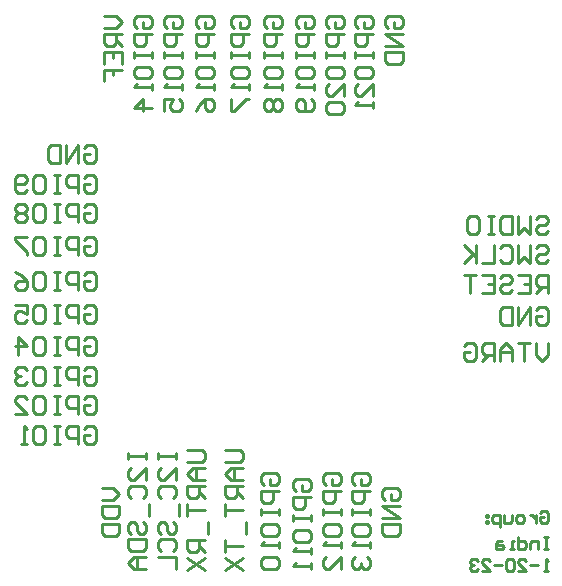
<source format=gbo>
G04*
G04 #@! TF.GenerationSoftware,Altium Limited,Altium Designer,22.9.1 (49)*
G04*
G04 Layer_Color=32896*
%FSLAX44Y44*%
%MOMM*%
G71*
G04*
G04 #@! TF.SameCoordinates,C56BC410-7C05-4C87-A6CA-29577A5DDFC1*
G04*
G04*
G04 #@! TF.FilePolarity,Positive*
G04*
G01*
G75*
%ADD12C,0.2540*%
D12*
X793189Y673458D02*
X794882Y675150D01*
X798267D01*
X799960Y673458D01*
Y666686D01*
X798267Y664994D01*
X794882D01*
X793189Y666686D01*
Y670072D01*
X796574D01*
X789803Y671765D02*
Y664994D01*
Y668379D01*
X788111Y670072D01*
X786418Y671765D01*
X784725D01*
X777954Y664994D02*
X774568D01*
X772875Y666686D01*
Y670072D01*
X774568Y671765D01*
X777954D01*
X779647Y670072D01*
Y666686D01*
X777954Y664994D01*
X769490Y671765D02*
Y666686D01*
X767797Y664994D01*
X762719D01*
Y671765D01*
X759333Y661608D02*
Y671765D01*
X754255D01*
X752562Y670072D01*
Y666686D01*
X754255Y664994D01*
X759333D01*
X749176Y671765D02*
X747484D01*
Y670072D01*
X749176D01*
Y671765D01*
Y666686D02*
X747484D01*
Y664994D01*
X749176D01*
Y666686D01*
X799960Y653481D02*
X796574D01*
X798267D01*
Y643324D01*
X799960D01*
X796574D01*
X791496D02*
Y650095D01*
X786418D01*
X784725Y648402D01*
Y643324D01*
X774568Y653481D02*
Y643324D01*
X779647D01*
X781339Y645017D01*
Y648402D01*
X779647Y650095D01*
X774568D01*
X771183Y643324D02*
X767797D01*
X769490D01*
Y650095D01*
X771183D01*
X761026D02*
X757640D01*
X755947Y648402D01*
Y643324D01*
X761026D01*
X762719Y645017D01*
X761026Y646710D01*
X755947D01*
X799960Y625040D02*
X796574D01*
X798267D01*
Y635197D01*
X799960Y633504D01*
X791496Y630118D02*
X784725D01*
X774568Y625040D02*
X781339D01*
X774568Y631811D01*
Y633504D01*
X776261Y635197D01*
X779647D01*
X781339Y633504D01*
X771183D02*
X769490Y635197D01*
X766104D01*
X764411Y633504D01*
Y626733D01*
X766104Y625040D01*
X769490D01*
X771183Y626733D01*
Y633504D01*
X761026Y630118D02*
X754255D01*
X744098Y625040D02*
X750869D01*
X744098Y631811D01*
Y633504D01*
X745791Y635197D01*
X749176D01*
X750869Y633504D01*
X740712D02*
X739020Y635197D01*
X735634D01*
X733941Y633504D01*
Y631811D01*
X735634Y630118D01*
X737327D01*
X735634D01*
X733941Y628426D01*
Y626733D01*
X735634Y625040D01*
X739020D01*
X740712Y626733D01*
X789803Y922736D02*
X792343Y925275D01*
X797421D01*
X799960Y922736D01*
Y920197D01*
X797421Y917657D01*
X792343D01*
X789803Y915118D01*
Y912579D01*
X792343Y910040D01*
X797421D01*
X799960Y912579D01*
X784725Y925275D02*
Y910040D01*
X779647Y915118D01*
X774568Y910040D01*
Y925275D01*
X769490D02*
Y910040D01*
X761872D01*
X759333Y912579D01*
Y922736D01*
X761872Y925275D01*
X769490D01*
X754255D02*
X749176D01*
X751716D01*
Y910040D01*
X754255D01*
X749176D01*
X733941Y925275D02*
X739020D01*
X741559Y922736D01*
Y912579D01*
X739020Y910040D01*
X733941D01*
X731402Y912579D01*
Y922736D01*
X733941Y925275D01*
X789803Y897736D02*
X792343Y900275D01*
X797421D01*
X799960Y897736D01*
Y895197D01*
X797421Y892657D01*
X792343D01*
X789803Y890118D01*
Y887579D01*
X792343Y885040D01*
X797421D01*
X799960Y887579D01*
X784725Y900275D02*
Y885040D01*
X779647Y890118D01*
X774568Y885040D01*
Y900275D01*
X759333Y897736D02*
X761872Y900275D01*
X766951D01*
X769490Y897736D01*
Y887579D01*
X766951Y885040D01*
X761872D01*
X759333Y887579D01*
X754255Y900275D02*
Y885040D01*
X744098D01*
X739020Y900275D02*
Y885040D01*
Y890118D01*
X728863Y900275D01*
X736480Y892657D01*
X728863Y885040D01*
X799960Y860040D02*
Y875275D01*
X792343D01*
X789803Y872736D01*
Y867657D01*
X792343Y865118D01*
X799960D01*
X794882D02*
X789803Y860040D01*
X774568Y875275D02*
X784725D01*
Y860040D01*
X774568D01*
X784725Y867657D02*
X779647D01*
X759333Y872736D02*
X761872Y875275D01*
X766951D01*
X769490Y872736D01*
Y870197D01*
X766951Y867657D01*
X761872D01*
X759333Y865118D01*
Y862579D01*
X761872Y860040D01*
X766951D01*
X769490Y862579D01*
X744098Y875275D02*
X754255D01*
Y860040D01*
X744098D01*
X754255Y867657D02*
X749176D01*
X739020Y875275D02*
X728863D01*
X733941D01*
Y860040D01*
X789803Y845236D02*
X792343Y847775D01*
X797421D01*
X799960Y845236D01*
Y835079D01*
X797421Y832540D01*
X792343D01*
X789803Y835079D01*
Y840157D01*
X794882D01*
X784725Y832540D02*
Y847775D01*
X774568Y832540D01*
Y847775D01*
X769490D02*
Y832540D01*
X761872D01*
X759333Y835079D01*
Y845236D01*
X761872Y847775D01*
X769490D01*
X799960Y817775D02*
Y807618D01*
X794882Y802540D01*
X789803Y807618D01*
Y817775D01*
X784725D02*
X774568D01*
X779647D01*
Y802540D01*
X769490D02*
Y812697D01*
X764411Y817775D01*
X759333Y812697D01*
Y802540D01*
Y810157D01*
X769490D01*
X754255Y802540D02*
Y817775D01*
X746637D01*
X744098Y815236D01*
Y810157D01*
X746637Y807618D01*
X754255D01*
X749176D02*
X744098Y802540D01*
X728863Y815236D02*
X731402Y817775D01*
X736480D01*
X739020Y815236D01*
Y805079D01*
X736480Y802540D01*
X731402D01*
X728863Y805079D01*
Y810157D01*
X733941D01*
X422225Y694960D02*
X432382D01*
X437460Y689882D01*
X432382Y684803D01*
X422225D01*
Y679725D02*
X437460D01*
Y672107D01*
X434921Y669568D01*
X424764D01*
X422225Y672107D01*
Y679725D01*
Y664490D02*
X437460D01*
Y656872D01*
X434921Y654333D01*
X424764D01*
X422225Y656872D01*
Y664490D01*
X444686Y724960D02*
Y719882D01*
Y722421D01*
X459921D01*
Y724960D01*
Y719882D01*
Y702107D02*
Y712264D01*
X449764Y702107D01*
X447225D01*
X444686Y704647D01*
Y709725D01*
X447225Y712264D01*
Y686872D02*
X444686Y689411D01*
Y694490D01*
X447225Y697029D01*
X457382D01*
X459921Y694490D01*
Y689411D01*
X457382Y686872D01*
X462460Y681794D02*
Y671637D01*
X447225Y656402D02*
X444686Y658941D01*
Y664020D01*
X447225Y666559D01*
X449764D01*
X452303Y664020D01*
Y658941D01*
X454842Y656402D01*
X457382D01*
X459921Y658941D01*
Y664020D01*
X457382Y666559D01*
X444686Y651324D02*
X459921D01*
Y643706D01*
X457382Y641167D01*
X447225D01*
X444686Y643706D01*
Y651324D01*
X459921Y636089D02*
X449764D01*
X444686Y631010D01*
X449764Y625932D01*
X459921D01*
X452303D01*
Y636089D01*
X469686Y724960D02*
Y719882D01*
Y722421D01*
X484921D01*
Y724960D01*
Y719882D01*
Y702107D02*
Y712264D01*
X474764Y702107D01*
X472225D01*
X469686Y704647D01*
Y709725D01*
X472225Y712264D01*
Y686872D02*
X469686Y689411D01*
Y694490D01*
X472225Y697029D01*
X482382D01*
X484921Y694490D01*
Y689411D01*
X482382Y686872D01*
X487460Y681794D02*
Y671637D01*
X472225Y656402D02*
X469686Y658941D01*
Y664020D01*
X472225Y666559D01*
X474764D01*
X477303Y664020D01*
Y658941D01*
X479842Y656402D01*
X482382D01*
X484921Y658941D01*
Y664020D01*
X482382Y666559D01*
X472225Y641167D02*
X469686Y643706D01*
Y648785D01*
X472225Y651324D01*
X482382D01*
X484921Y648785D01*
Y643706D01*
X482382Y641167D01*
X469686Y636089D02*
X484921D01*
Y625932D01*
X494686Y727460D02*
X507382D01*
X509921Y724921D01*
Y719842D01*
X507382Y717303D01*
X494686D01*
X509921Y712225D02*
X499764D01*
X494686Y707147D01*
X499764Y702068D01*
X509921D01*
X502303D01*
Y712225D01*
X509921Y696990D02*
X494686D01*
Y689372D01*
X497225Y686833D01*
X502303D01*
X504842Y689372D01*
Y696990D01*
Y691911D02*
X509921Y686833D01*
X494686Y681755D02*
Y671598D01*
Y676676D01*
X509921D01*
X512460Y666520D02*
Y656363D01*
X509921Y651285D02*
X494686D01*
Y643667D01*
X497225Y641128D01*
X502303D01*
X504842Y643667D01*
Y651285D01*
Y646206D02*
X509921Y641128D01*
X494686Y636049D02*
X509921Y625893D01*
X494686D02*
X509921Y636049D01*
X527186Y727460D02*
X539882D01*
X542421Y724921D01*
Y719842D01*
X539882Y717303D01*
X527186D01*
X542421Y712225D02*
X532264D01*
X527186Y707147D01*
X532264Y702068D01*
X542421D01*
X534803D01*
Y712225D01*
X542421Y696990D02*
X527186D01*
Y689372D01*
X529725Y686833D01*
X534803D01*
X537342Y689372D01*
Y696990D01*
Y691911D02*
X542421Y686833D01*
X527186Y681755D02*
Y671598D01*
Y676676D01*
X542421D01*
X544960Y666520D02*
Y656363D01*
X527186Y651285D02*
Y641128D01*
Y646206D01*
X542421D01*
X527186Y636049D02*
X542421Y625893D01*
X527186D02*
X542421Y636049D01*
X559764Y697303D02*
X557225Y699842D01*
Y704921D01*
X559764Y707460D01*
X569921D01*
X572460Y704921D01*
Y699842D01*
X569921Y697303D01*
X564842D01*
Y702382D01*
X572460Y692225D02*
X557225D01*
Y684607D01*
X559764Y682068D01*
X564842D01*
X567382Y684607D01*
Y692225D01*
X557225Y676990D02*
Y671911D01*
Y674451D01*
X572460D01*
Y676990D01*
Y671911D01*
X557225Y656676D02*
Y661755D01*
X559764Y664294D01*
X569921D01*
X572460Y661755D01*
Y656676D01*
X569921Y654137D01*
X559764D01*
X557225Y656676D01*
X572460Y649059D02*
Y643980D01*
Y646520D01*
X557225D01*
X559764Y649059D01*
Y636363D02*
X557225Y633824D01*
Y628745D01*
X559764Y626206D01*
X569921D01*
X572460Y628745D01*
Y633824D01*
X569921Y636363D01*
X559764D01*
X587264Y692303D02*
X584725Y694843D01*
Y699921D01*
X587264Y702460D01*
X597421D01*
X599960Y699921D01*
Y694843D01*
X597421Y692303D01*
X592342D01*
Y697382D01*
X599960Y687225D02*
X584725D01*
Y679607D01*
X587264Y677068D01*
X592342D01*
X594882Y679607D01*
Y687225D01*
X584725Y671990D02*
Y666911D01*
Y669451D01*
X599960D01*
Y671990D01*
Y666911D01*
X584725Y651676D02*
Y656755D01*
X587264Y659294D01*
X597421D01*
X599960Y656755D01*
Y651676D01*
X597421Y649137D01*
X587264D01*
X584725Y651676D01*
X599960Y644059D02*
Y638980D01*
Y641520D01*
X584725D01*
X587264Y644059D01*
X599960Y631363D02*
Y626285D01*
Y628824D01*
X584725D01*
X587264Y631363D01*
X612264Y697303D02*
X609725Y699842D01*
Y704921D01*
X612264Y707460D01*
X622421D01*
X624960Y704921D01*
Y699842D01*
X622421Y697303D01*
X617342D01*
Y702382D01*
X624960Y692225D02*
X609725D01*
Y684607D01*
X612264Y682068D01*
X617342D01*
X619882Y684607D01*
Y692225D01*
X609725Y676990D02*
Y671911D01*
Y674451D01*
X624960D01*
Y676990D01*
Y671911D01*
X609725Y656676D02*
Y661755D01*
X612264Y664294D01*
X622421D01*
X624960Y661755D01*
Y656676D01*
X622421Y654137D01*
X612264D01*
X609725Y656676D01*
X624960Y649059D02*
Y643980D01*
Y646520D01*
X609725D01*
X612264Y649059D01*
X624960Y626206D02*
Y636363D01*
X614803Y626206D01*
X612264D01*
X609725Y628745D01*
Y633824D01*
X612264Y636363D01*
X637264Y697303D02*
X634725Y699843D01*
Y704921D01*
X637264Y707460D01*
X647421D01*
X649960Y704921D01*
Y699843D01*
X647421Y697303D01*
X642343D01*
Y702382D01*
X649960Y692225D02*
X634725D01*
Y684607D01*
X637264Y682068D01*
X642343D01*
X644882Y684607D01*
Y692225D01*
X634725Y676990D02*
Y671911D01*
Y674451D01*
X649960D01*
Y676990D01*
Y671911D01*
X634725Y656676D02*
Y661755D01*
X637264Y664294D01*
X647421D01*
X649960Y661755D01*
Y656676D01*
X647421Y654137D01*
X637264D01*
X634725Y656676D01*
X649960Y649059D02*
Y643981D01*
Y646520D01*
X634725D01*
X637264Y649059D01*
Y636363D02*
X634725Y633824D01*
Y628745D01*
X637264Y626206D01*
X639803D01*
X642343Y628745D01*
Y631285D01*
Y628745D01*
X644882Y626206D01*
X647421D01*
X649960Y628745D01*
Y633824D01*
X647421Y636363D01*
X662264Y684803D02*
X659725Y687342D01*
Y692421D01*
X662264Y694960D01*
X672421D01*
X674960Y692421D01*
Y687342D01*
X672421Y684803D01*
X667342D01*
Y689882D01*
X674960Y679725D02*
X659725D01*
X674960Y669568D01*
X659725D01*
Y664490D02*
X674960D01*
Y656872D01*
X672421Y654333D01*
X662264D01*
X659725Y656872D01*
Y664490D01*
X407303Y745236D02*
X409842Y747775D01*
X414921D01*
X417460Y745236D01*
Y735079D01*
X414921Y732540D01*
X409842D01*
X407303Y735079D01*
Y740157D01*
X412382D01*
X402225Y732540D02*
Y747775D01*
X394607D01*
X392068Y745236D01*
Y740157D01*
X394607Y737618D01*
X402225D01*
X386990Y747775D02*
X381912D01*
X384451D01*
Y732540D01*
X386990D01*
X381912D01*
X366676Y747775D02*
X371755D01*
X374294Y745236D01*
Y735079D01*
X371755Y732540D01*
X366676D01*
X364137Y735079D01*
Y745236D01*
X366676Y747775D01*
X359059Y732540D02*
X353980D01*
X356520D01*
Y747775D01*
X359059Y745236D01*
X407303Y770236D02*
X409842Y772775D01*
X414921D01*
X417460Y770236D01*
Y760079D01*
X414921Y757540D01*
X409842D01*
X407303Y760079D01*
Y765158D01*
X412382D01*
X402225Y757540D02*
Y772775D01*
X394607D01*
X392068Y770236D01*
Y765158D01*
X394607Y762618D01*
X402225D01*
X386990Y772775D02*
X381912D01*
X384451D01*
Y757540D01*
X386990D01*
X381912D01*
X366676Y772775D02*
X371755D01*
X374294Y770236D01*
Y760079D01*
X371755Y757540D01*
X366676D01*
X364137Y760079D01*
Y770236D01*
X366676Y772775D01*
X348902Y757540D02*
X359059D01*
X348902Y767697D01*
Y770236D01*
X351441Y772775D01*
X356520D01*
X359059Y770236D01*
X407303Y795236D02*
X409842Y797775D01*
X414921D01*
X417460Y795236D01*
Y785079D01*
X414921Y782540D01*
X409842D01*
X407303Y785079D01*
Y790158D01*
X412382D01*
X402225Y782540D02*
Y797775D01*
X394607D01*
X392068Y795236D01*
Y790158D01*
X394607Y787618D01*
X402225D01*
X386990Y797775D02*
X381912D01*
X384451D01*
Y782540D01*
X386990D01*
X381912D01*
X366676Y797775D02*
X371755D01*
X374294Y795236D01*
Y785079D01*
X371755Y782540D01*
X366676D01*
X364137Y785079D01*
Y795236D01*
X366676Y797775D01*
X359059Y795236D02*
X356520Y797775D01*
X351441D01*
X348902Y795236D01*
Y792697D01*
X351441Y790158D01*
X353980D01*
X351441D01*
X348902Y787618D01*
Y785079D01*
X351441Y782540D01*
X356520D01*
X359059Y785079D01*
X407303Y820236D02*
X409842Y822775D01*
X414921D01*
X417460Y820236D01*
Y810079D01*
X414921Y807540D01*
X409842D01*
X407303Y810079D01*
Y815158D01*
X412382D01*
X402225Y807540D02*
Y822775D01*
X394607D01*
X392068Y820236D01*
Y815158D01*
X394607Y812618D01*
X402225D01*
X386990Y822775D02*
X381912D01*
X384451D01*
Y807540D01*
X386990D01*
X381912D01*
X366676Y822775D02*
X371755D01*
X374294Y820236D01*
Y810079D01*
X371755Y807540D01*
X366676D01*
X364137Y810079D01*
Y820236D01*
X366676Y822775D01*
X351441Y807540D02*
Y822775D01*
X359059Y815158D01*
X348902D01*
X407303Y847736D02*
X409842Y850275D01*
X414921D01*
X417460Y847736D01*
Y837579D01*
X414921Y835040D01*
X409842D01*
X407303Y837579D01*
Y842657D01*
X412382D01*
X402225Y835040D02*
Y850275D01*
X394607D01*
X392068Y847736D01*
Y842657D01*
X394607Y840118D01*
X402225D01*
X386990Y850275D02*
X381912D01*
X384451D01*
Y835040D01*
X386990D01*
X381912D01*
X366676Y850275D02*
X371755D01*
X374294Y847736D01*
Y837579D01*
X371755Y835040D01*
X366676D01*
X364137Y837579D01*
Y847736D01*
X366676Y850275D01*
X348902D02*
X359059D01*
Y842657D01*
X353980Y845197D01*
X351441D01*
X348902Y842657D01*
Y837579D01*
X351441Y835040D01*
X356520D01*
X359059Y837579D01*
X407303Y875236D02*
X409842Y877775D01*
X414921D01*
X417460Y875236D01*
Y865079D01*
X414921Y862540D01*
X409842D01*
X407303Y865079D01*
Y870157D01*
X412382D01*
X402225Y862540D02*
Y877775D01*
X394607D01*
X392068Y875236D01*
Y870157D01*
X394607Y867618D01*
X402225D01*
X386990Y877775D02*
X381912D01*
X384451D01*
Y862540D01*
X386990D01*
X381912D01*
X366676Y877775D02*
X371755D01*
X374294Y875236D01*
Y865079D01*
X371755Y862540D01*
X366676D01*
X364137Y865079D01*
Y875236D01*
X366676Y877775D01*
X348902D02*
X353980Y875236D01*
X359059Y870157D01*
Y865079D01*
X356520Y862540D01*
X351441D01*
X348902Y865079D01*
Y867618D01*
X351441Y870157D01*
X359059D01*
X407303Y905236D02*
X409842Y907775D01*
X414921D01*
X417460Y905236D01*
Y895079D01*
X414921Y892540D01*
X409842D01*
X407303Y895079D01*
Y900157D01*
X412382D01*
X402225Y892540D02*
Y907775D01*
X394607D01*
X392068Y905236D01*
Y900157D01*
X394607Y897618D01*
X402225D01*
X386990Y907775D02*
X381912D01*
X384451D01*
Y892540D01*
X386990D01*
X381912D01*
X366676Y907775D02*
X371755D01*
X374294Y905236D01*
Y895079D01*
X371755Y892540D01*
X366676D01*
X364137Y895079D01*
Y905236D01*
X366676Y907775D01*
X359059D02*
X348902D01*
Y905236D01*
X359059Y895079D01*
Y892540D01*
X407303Y932736D02*
X409842Y935275D01*
X414921D01*
X417460Y932736D01*
Y922579D01*
X414921Y920040D01*
X409842D01*
X407303Y922579D01*
Y927658D01*
X412382D01*
X402225Y920040D02*
Y935275D01*
X394607D01*
X392068Y932736D01*
Y927658D01*
X394607Y925118D01*
X402225D01*
X386990Y935275D02*
X381912D01*
X384451D01*
Y920040D01*
X386990D01*
X381912D01*
X366676Y935275D02*
X371755D01*
X374294Y932736D01*
Y922579D01*
X371755Y920040D01*
X366676D01*
X364137Y922579D01*
Y932736D01*
X366676Y935275D01*
X359059Y932736D02*
X356520Y935275D01*
X351441D01*
X348902Y932736D01*
Y930197D01*
X351441Y927658D01*
X348902Y925118D01*
Y922579D01*
X351441Y920040D01*
X356520D01*
X359059Y922579D01*
Y925118D01*
X356520Y927658D01*
X359059Y930197D01*
Y932736D01*
X356520Y927658D02*
X351441D01*
X407303Y957736D02*
X409842Y960275D01*
X414921D01*
X417460Y957736D01*
Y947579D01*
X414921Y945040D01*
X409842D01*
X407303Y947579D01*
Y952658D01*
X412382D01*
X402225Y945040D02*
Y960275D01*
X394607D01*
X392068Y957736D01*
Y952658D01*
X394607Y950118D01*
X402225D01*
X386990Y960275D02*
X381912D01*
X384451D01*
Y945040D01*
X386990D01*
X381912D01*
X366676Y960275D02*
X371755D01*
X374294Y957736D01*
Y947579D01*
X371755Y945040D01*
X366676D01*
X364137Y947579D01*
Y957736D01*
X366676Y960275D01*
X359059Y947579D02*
X356520Y945040D01*
X351441D01*
X348902Y947579D01*
Y957736D01*
X351441Y960275D01*
X356520D01*
X359059Y957736D01*
Y955197D01*
X356520Y952658D01*
X348902D01*
X407303Y982736D02*
X409842Y985275D01*
X414921D01*
X417460Y982736D01*
Y972579D01*
X414921Y970040D01*
X409842D01*
X407303Y972579D01*
Y977658D01*
X412382D01*
X402225Y970040D02*
Y985275D01*
X392068Y970040D01*
Y985275D01*
X386990D02*
Y970040D01*
X379372D01*
X376833Y972579D01*
Y982736D01*
X379372Y985275D01*
X386990D01*
X424725Y1094960D02*
X434882D01*
X439960Y1089882D01*
X434882Y1084803D01*
X424725D01*
X439960Y1079725D02*
X424725D01*
Y1072107D01*
X427264Y1069568D01*
X432342D01*
X434882Y1072107D01*
Y1079725D01*
Y1074647D02*
X439960Y1069568D01*
X424725Y1054333D02*
Y1064490D01*
X439960D01*
Y1054333D01*
X432342Y1064490D02*
Y1059411D01*
X424725Y1039098D02*
Y1049255D01*
X432342D01*
Y1044176D01*
Y1049255D01*
X439960D01*
X452264Y1084803D02*
X449725Y1087343D01*
Y1092421D01*
X452264Y1094960D01*
X462421D01*
X464960Y1092421D01*
Y1087343D01*
X462421Y1084803D01*
X457342D01*
Y1089882D01*
X464960Y1079725D02*
X449725D01*
Y1072107D01*
X452264Y1069568D01*
X457342D01*
X459882Y1072107D01*
Y1079725D01*
X449725Y1064490D02*
Y1059411D01*
Y1061951D01*
X464960D01*
Y1064490D01*
Y1059411D01*
X449725Y1044176D02*
Y1049255D01*
X452264Y1051794D01*
X462421D01*
X464960Y1049255D01*
Y1044176D01*
X462421Y1041637D01*
X452264D01*
X449725Y1044176D01*
X464960Y1036559D02*
Y1031481D01*
Y1034020D01*
X449725D01*
X452264Y1036559D01*
X464960Y1016245D02*
X449725D01*
X457342Y1023863D01*
Y1013706D01*
X477264Y1084803D02*
X474725Y1087343D01*
Y1092421D01*
X477264Y1094960D01*
X487421D01*
X489960Y1092421D01*
Y1087343D01*
X487421Y1084803D01*
X482342D01*
Y1089882D01*
X489960Y1079725D02*
X474725D01*
Y1072107D01*
X477264Y1069568D01*
X482342D01*
X484882Y1072107D01*
Y1079725D01*
X474725Y1064490D02*
Y1059411D01*
Y1061951D01*
X489960D01*
Y1064490D01*
Y1059411D01*
X474725Y1044176D02*
Y1049255D01*
X477264Y1051794D01*
X487421D01*
X489960Y1049255D01*
Y1044176D01*
X487421Y1041637D01*
X477264D01*
X474725Y1044176D01*
X489960Y1036559D02*
Y1031481D01*
Y1034020D01*
X474725D01*
X477264Y1036559D01*
X474725Y1013706D02*
Y1023863D01*
X482342D01*
X479803Y1018785D01*
Y1016245D01*
X482342Y1013706D01*
X487421D01*
X489960Y1016245D01*
Y1021324D01*
X487421Y1023863D01*
X504764Y1084803D02*
X502225Y1087343D01*
Y1092421D01*
X504764Y1094960D01*
X514921D01*
X517460Y1092421D01*
Y1087343D01*
X514921Y1084803D01*
X509842D01*
Y1089882D01*
X517460Y1079725D02*
X502225D01*
Y1072107D01*
X504764Y1069568D01*
X509842D01*
X512382Y1072107D01*
Y1079725D01*
X502225Y1064490D02*
Y1059411D01*
Y1061951D01*
X517460D01*
Y1064490D01*
Y1059411D01*
X502225Y1044176D02*
Y1049255D01*
X504764Y1051794D01*
X514921D01*
X517460Y1049255D01*
Y1044176D01*
X514921Y1041637D01*
X504764D01*
X502225Y1044176D01*
X517460Y1036559D02*
Y1031481D01*
Y1034020D01*
X502225D01*
X504764Y1036559D01*
X502225Y1013706D02*
X504764Y1018785D01*
X509842Y1023863D01*
X514921D01*
X517460Y1021324D01*
Y1016245D01*
X514921Y1013706D01*
X512382D01*
X509842Y1016245D01*
Y1023863D01*
X534764Y1084803D02*
X532225Y1087343D01*
Y1092421D01*
X534764Y1094960D01*
X544921D01*
X547460Y1092421D01*
Y1087343D01*
X544921Y1084803D01*
X539842D01*
Y1089882D01*
X547460Y1079725D02*
X532225D01*
Y1072107D01*
X534764Y1069568D01*
X539842D01*
X542382Y1072107D01*
Y1079725D01*
X532225Y1064490D02*
Y1059411D01*
Y1061951D01*
X547460D01*
Y1064490D01*
Y1059411D01*
X532225Y1044176D02*
Y1049255D01*
X534764Y1051794D01*
X544921D01*
X547460Y1049255D01*
Y1044176D01*
X544921Y1041637D01*
X534764D01*
X532225Y1044176D01*
X547460Y1036559D02*
Y1031481D01*
Y1034020D01*
X532225D01*
X534764Y1036559D01*
X532225Y1023863D02*
Y1013706D01*
X534764D01*
X544921Y1023863D01*
X547460D01*
X562264Y1084803D02*
X559725Y1087343D01*
Y1092421D01*
X562264Y1094960D01*
X572421D01*
X574960Y1092421D01*
Y1087343D01*
X572421Y1084803D01*
X567342D01*
Y1089882D01*
X574960Y1079725D02*
X559725D01*
Y1072107D01*
X562264Y1069568D01*
X567342D01*
X569882Y1072107D01*
Y1079725D01*
X559725Y1064490D02*
Y1059411D01*
Y1061951D01*
X574960D01*
Y1064490D01*
Y1059411D01*
X559725Y1044176D02*
Y1049255D01*
X562264Y1051794D01*
X572421D01*
X574960Y1049255D01*
Y1044176D01*
X572421Y1041637D01*
X562264D01*
X559725Y1044176D01*
X574960Y1036559D02*
Y1031481D01*
Y1034020D01*
X559725D01*
X562264Y1036559D01*
Y1023863D02*
X559725Y1021324D01*
Y1016245D01*
X562264Y1013706D01*
X564803D01*
X567342Y1016245D01*
X569882Y1013706D01*
X572421D01*
X574960Y1016245D01*
Y1021324D01*
X572421Y1023863D01*
X569882D01*
X567342Y1021324D01*
X564803Y1023863D01*
X562264D01*
X567342Y1021324D02*
Y1016245D01*
X589764Y1084803D02*
X587225Y1087343D01*
Y1092421D01*
X589764Y1094960D01*
X599921D01*
X602460Y1092421D01*
Y1087343D01*
X599921Y1084803D01*
X594842D01*
Y1089882D01*
X602460Y1079725D02*
X587225D01*
Y1072107D01*
X589764Y1069568D01*
X594842D01*
X597382Y1072107D01*
Y1079725D01*
X587225Y1064490D02*
Y1059411D01*
Y1061951D01*
X602460D01*
Y1064490D01*
Y1059411D01*
X587225Y1044176D02*
Y1049255D01*
X589764Y1051794D01*
X599921D01*
X602460Y1049255D01*
Y1044176D01*
X599921Y1041637D01*
X589764D01*
X587225Y1044176D01*
X602460Y1036559D02*
Y1031481D01*
Y1034020D01*
X587225D01*
X589764Y1036559D01*
X599921Y1023863D02*
X602460Y1021324D01*
Y1016245D01*
X599921Y1013706D01*
X589764D01*
X587225Y1016245D01*
Y1021324D01*
X589764Y1023863D01*
X592303D01*
X594842Y1021324D01*
Y1013706D01*
X614764Y1084803D02*
X612225Y1087343D01*
Y1092421D01*
X614764Y1094960D01*
X624921D01*
X627460Y1092421D01*
Y1087343D01*
X624921Y1084803D01*
X619842D01*
Y1089882D01*
X627460Y1079725D02*
X612225D01*
Y1072107D01*
X614764Y1069568D01*
X619842D01*
X622382Y1072107D01*
Y1079725D01*
X612225Y1064490D02*
Y1059411D01*
Y1061951D01*
X627460D01*
Y1064490D01*
Y1059411D01*
X612225Y1044176D02*
Y1049255D01*
X614764Y1051794D01*
X624921D01*
X627460Y1049255D01*
Y1044176D01*
X624921Y1041637D01*
X614764D01*
X612225Y1044176D01*
X627460Y1026402D02*
Y1036559D01*
X617303Y1026402D01*
X614764D01*
X612225Y1028941D01*
Y1034020D01*
X614764Y1036559D01*
Y1021324D02*
X612225Y1018785D01*
Y1013706D01*
X614764Y1011167D01*
X624921D01*
X627460Y1013706D01*
Y1018785D01*
X624921Y1021324D01*
X614764D01*
X639764Y1084803D02*
X637225Y1087343D01*
Y1092421D01*
X639764Y1094960D01*
X649921D01*
X652460Y1092421D01*
Y1087343D01*
X649921Y1084803D01*
X644842D01*
Y1089882D01*
X652460Y1079725D02*
X637225D01*
Y1072107D01*
X639764Y1069568D01*
X644842D01*
X647382Y1072107D01*
Y1079725D01*
X637225Y1064490D02*
Y1059411D01*
Y1061951D01*
X652460D01*
Y1064490D01*
Y1059411D01*
X637225Y1044176D02*
Y1049255D01*
X639764Y1051794D01*
X649921D01*
X652460Y1049255D01*
Y1044176D01*
X649921Y1041637D01*
X639764D01*
X637225Y1044176D01*
X652460Y1026402D02*
Y1036559D01*
X642303Y1026402D01*
X639764D01*
X637225Y1028941D01*
Y1034020D01*
X639764Y1036559D01*
X652460Y1021324D02*
Y1016245D01*
Y1018785D01*
X637225D01*
X639764Y1021324D01*
X664764Y1084803D02*
X662225Y1087343D01*
Y1092421D01*
X664764Y1094960D01*
X674921D01*
X677460Y1092421D01*
Y1087343D01*
X674921Y1084803D01*
X669843D01*
Y1089882D01*
X677460Y1079725D02*
X662225D01*
X677460Y1069568D01*
X662225D01*
Y1064490D02*
X677460D01*
Y1056872D01*
X674921Y1054333D01*
X664764D01*
X662225Y1056872D01*
Y1064490D01*
M02*

</source>
